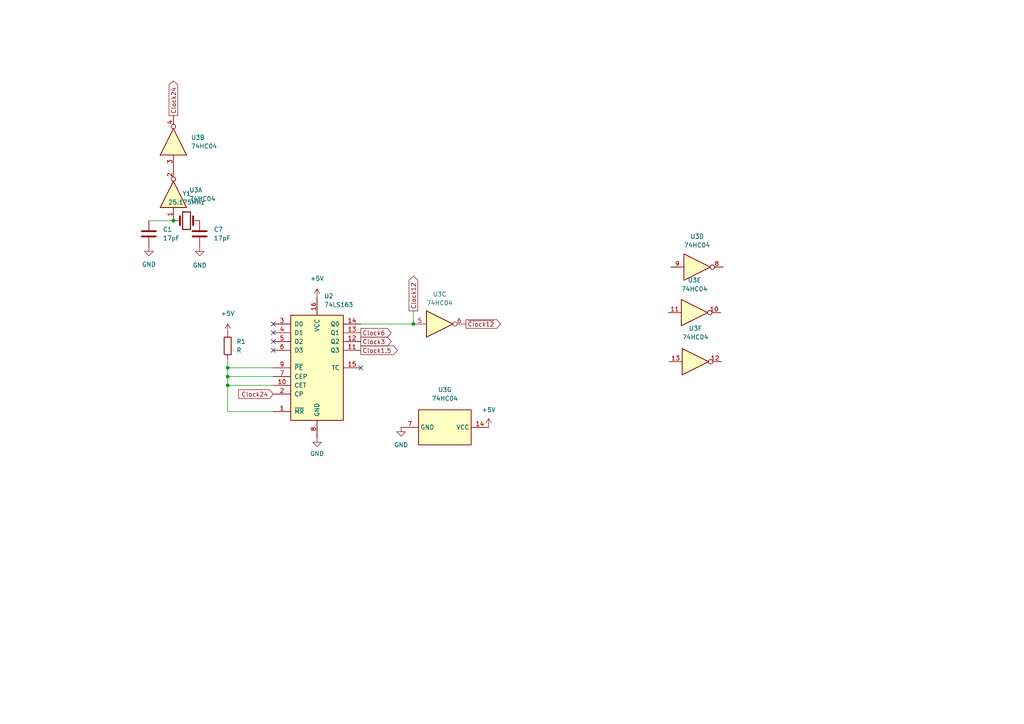
<source format=kicad_sch>
(kicad_sch (version 20211123) (generator eeschema)
  (paper "A4")
  (lib_symbols
    (symbol "74xx:74HC04"
      (property "Reference" "U" (at 0 1.27 0))
      (property "Value" "74HC04" (at 0 -1.27 0))
      (symbol "74HC04_1_0"
        (polyline (pts (xy -3.81 3.81) (xy -3.81 -3.81) (xy 3.81 0) (xy -3.81 3.81)) (stroke (width 0.254)) (fill (type background)))
        (pin input line (at -7.62 0 0) (length 3.81) (name "~") (number "1"))
        (pin output inverted (at 7.62 0 180) (length 3.81) (name "~") (number "2"))
      )
      (symbol "74HC04_2_0"
        (polyline (pts (xy -3.81 3.81) (xy -3.81 -3.81) (xy 3.81 0) (xy -3.81 3.81)) (stroke (width 0.254)) (fill (type background)))
        (pin input line (at -7.62 0 0) (length 3.81) (name "~") (number "3"))
        (pin output inverted (at 7.62 0 180) (length 3.81) (name "~") (number "4"))
      )
      (symbol "74HC04_3_0"
        (polyline (pts (xy -3.81 3.81) (xy -3.81 -3.81) (xy 3.81 0) (xy -3.81 3.81)) (stroke (width 0.254)) (fill (type background)))
        (pin input line (at -7.62 0 0) (length 3.81) (name "~") (number "5"))
        (pin output inverted (at 7.62 0 180) (length 3.81) (name "~") (number "6"))
      )
      (symbol "74HC04_4_0"
        (polyline (pts (xy -3.81 3.81) (xy -3.81 -3.81) (xy 3.81 0) (xy -3.81 3.81)) (stroke (width 0.254)) (fill (type background)))
        (pin output inverted (at 7.62 0 180) (length 3.81) (name "~") (number "8"))
        (pin input line (at -7.62 0 0) (length 3.81) (name "~") (number "9"))
      )
      (symbol "74HC04_5_0"
        (polyline (pts (xy -3.81 3.81) (xy -3.81 -3.81) (xy 3.81 0) (xy -3.81 3.81)) (stroke (width 0.254)) (fill (type background)))
        (pin output inverted (at 7.62 0 180) (length 3.81) (name "~") (number "10"))
        (pin input line (at -7.62 0 0) (length 3.81) (name "~") (number "11"))
      )
      (symbol "74HC04_6_0"
        (polyline (pts (xy -3.81 3.81) (xy -3.81 -3.81) (xy 3.81 0) (xy -3.81 3.81)) (stroke (width 0.254)) (fill (type background)))
        (pin output inverted (at 7.62 0 180) (length 3.81) (name "~") (number "12"))
        (pin input line (at -7.62 0 0) (length 3.81) (name "~") (number "13"))
      )
      (symbol "74HC04_7_0"
        (pin power_in line (at 0 12.7 270) (length 5.08) (name "VCC") (number "14"))
        (pin power_in line (at 0 -12.7 90) (length 5.08) (name "GND") (number "7"))
      )
      (symbol "74HC04_7_1"
        (rectangle (start -5.08 7.62) (end 5.08 -7.62) (stroke (width 0.254)) (fill (type background)))
      )
    )
    (symbol "74xx:74LS163" (pin_names (offset 1.016))
      (property "Reference" "U" (at -7.62 16.51 0))
      (property "Value" "74LS163" (at -7.62 -16.51 0))
      (symbol "74LS163_1_0"
        (pin input line (at -12.7 -12.7 0) (length 5.08) (name "~{MR}") (number "1"))
        (pin input line (at -12.7 -5.08 0) (length 5.08) (name "CET") (number "10"))
        (pin output line (at 12.7 5.08 180) (length 5.08) (name "Q3") (number "11"))
        (pin output line (at 12.7 7.62 180) (length 5.08) (name "Q2") (number "12"))
        (pin output line (at 12.7 10.16 180) (length 5.08) (name "Q1") (number "13"))
        (pin output line (at 12.7 12.7 180) (length 5.08) (name "Q0") (number "14"))
        (pin output line (at 12.7 0 180) (length 5.08) (name "TC") (number "15"))
        (pin power_in line (at 0 20.32 270) (length 5.08) (name "VCC") (number "16"))
        (pin input line (at -12.7 -7.62 0) (length 5.08) (name "CP") (number "2"))
        (pin input line (at -12.7 12.7 0) (length 5.08) (name "D0") (number "3"))
        (pin input line (at -12.7 10.16 0) (length 5.08) (name "D1") (number "4"))
        (pin input line (at -12.7 7.62 0) (length 5.08) (name "D2") (number "5"))
        (pin input line (at -12.7 5.08 0) (length 5.08) (name "D3") (number "6"))
        (pin input line (at -12.7 -2.54 0) (length 5.08) (name "CEP") (number "7"))
        (pin power_in line (at 0 -20.32 90) (length 5.08) (name "GND") (number "8"))
        (pin input line (at -12.7 0 0) (length 5.08) (name "~{PE}") (number "9"))
      )
      (symbol "74LS163_1_1"
        (rectangle (start -7.62 15.24) (end 7.62 -15.24) (stroke (width 0.254)) (fill (type background)))
      )
    )
    (symbol "Device:C" (pin_numbers hide) (pin_names (offset 0.254))
      (property "Reference" "C" (at 0.635 2.54 0))
      (property "Value" "C" (at 0.635 -2.54 0))
      (symbol "C_0_1"
        (polyline (pts (xy -2.032 -0.762) (xy 2.032 -0.762)) (stroke (width 0.508)))
        (polyline (pts (xy -2.032 0.762) (xy 2.032 0.762)) (stroke (width 0.508)))
      )
      (symbol "C_1_1"
        (pin passive line (at 0 3.81 270) (length 2.794) (name "~") (number "1"))
        (pin passive line (at 0 -3.81 90) (length 2.794) (name "~") (number "2"))
      )
    )
    (symbol "Device:Crystal" (pin_numbers hide) (pin_names (offset 1.016) hide)
      (property "Reference" "Y" (at 0 3.81 0))
      (property "Value" "Crystal" (at 0 -3.81 0))
      (symbol "Crystal_0_1"
        (rectangle (start -1.143 2.54) (end 1.143 -2.54) (stroke (width 0.3048)))
        (polyline (pts (xy -2.54 0) (xy -1.905 0)))
        (polyline (pts (xy -1.905 -1.27) (xy -1.905 1.27)) (stroke (width 0.508)))
        (polyline (pts (xy 1.905 -1.27) (xy 1.905 1.27)) (stroke (width 0.508)))
        (polyline (pts (xy 2.54 0) (xy 1.905 0)))
      )
      (symbol "Crystal_1_1"
        (pin passive line (at -3.81 0 0) (length 1.27) (name "1") (number "1"))
        (pin passive line (at 3.81 0 180) (length 1.27) (name "2") (number "2"))
      )
    )
    (symbol "Device:R" (pin_numbers hide) (pin_names (offset 0))
      (property "Reference" "R" (at 2.032 0 90))
      (property "Value" "R" (at 0 0 90))
      (symbol "R_0_1"
        (rectangle (start -1.016 -2.54) (end 1.016 2.54) (stroke (width 0.254)))
      )
      (symbol "R_1_1"
        (pin passive line (at 0 3.81 270) (length 1.27) (name "~") (number "1"))
        (pin passive line (at 0 -3.81 90) (length 1.27) (name "~") (number "2"))
      )
    )
    (symbol "power:+5V" (power) (pin_names (offset 0))
      (property "Value" "+5V" (at 0 3.556 0))
      (symbol "+5V_0_1"
        (polyline (pts (xy -0.762 1.27) (xy 0 2.54)))
        (polyline (pts (xy 0 0) (xy 0 2.54)))
        (polyline (pts (xy 0 2.54) (xy 0.762 1.27)))
      )
      (symbol "+5V_1_1"
        (pin power_in line (at 0 0 90) (length 0) hide (name "+5V") (number "1"))
      )
    )
    (symbol "power:GND" (power) (pin_names (offset 0))
      (property "Value" "GND" (at 0 -3.81 0))
      (symbol "GND_0_1"
        (polyline (pts (xy 0 0) (xy 0 -1.27) (xy 1.27 -1.27) (xy 0 -2.54) (xy -1.27 -1.27) (xy 0 -1.27)))
      )
      (symbol "GND_1_1"
        (pin power_in line (at 0 0 270) (length 0) hide (name "GND") (number "1"))
      )
    )
  )
  (junction (at 66.04 106.68))
  (junction (at 66.04 109.22))
  (junction (at 119.888 93.98))
  (junction (at 66.04 111.76))
  (junction (at 50.292 64.008))
  (no_connect (at 79.248 93.98))
  (no_connect (at 79.248 99.06))
  (no_connect (at 104.648 106.68))
  (no_connect (at 79.248 96.52))
  (no_connect (at 79.248 101.6))
  (wire (pts (xy 79.248 109.22) (xy 66.04 109.22)))
  (wire (pts (xy 66.04 104.14) (xy 66.04 106.68)))
  (wire (pts (xy 66.04 106.68) (xy 79.248 106.68)))
  (wire (pts (xy 66.04 111.76) (xy 66.04 109.22)))
  (wire (pts (xy 79.248 111.76) (xy 66.04 111.76)))
  (wire (pts (xy 119.888 90.17) (xy 119.888 93.98)))
  (wire (pts (xy 66.04 109.22) (xy 66.04 106.68)))
  (wire (pts (xy 79.248 119.38) (xy 66.04 119.38)))
  (wire (pts (xy 119.888 93.98) (xy 104.648 93.98)))
  (wire (pts (xy 66.04 119.38) (xy 66.04 111.76)))
  (wire (pts (xy 43.18 64.008) (xy 50.292 64.008)))
  (global_label "~{Clock12}" (shape output) (at 135.128 93.98 0) (property "Intersheet References" "${INTERSHEET_REFS}" (effects hide)))
  (global_label "Clock1.5" (shape output) (at 104.648 101.6 0) (property "Intersheet References" "${INTERSHEET_REFS}" (effects hide)))
  (global_label "Clock12" (shape output) (at 119.888 90.17 90) (property "Intersheet References" "${INTERSHEET_REFS}" (effects hide)))
  (global_label "Clock3" (shape output) (at 104.648 99.06 0) (property "Intersheet References" "${INTERSHEET_REFS}" (effects hide)))
  (global_label "Clock6" (shape output) (at 104.648 96.52 0) (property "Intersheet References" "${INTERSHEET_REFS}" (effects hide)))
  (global_label "Clock24" (shape output) (at 50.292 33.528 90) (property "Intersheet References" "${INTERSHEET_REFS}" (effects hide)))
  (global_label "Clock24" (shape input) (at 79.248 114.3 180) (property "Intersheet References" "${INTERSHEET_REFS}" (effects hide)))
  (symbol (lib_id "power:+5V") (at 91.948 86.36 0) (unit 1)
    (property "Reference" "#PWR04" (effects hide))
    (property "Value" "+5V" (at 91.948 80.772 0))
  )
  (symbol (lib_id "Device:C") (at 57.912 67.818 0) (unit 1)
    (property "Reference" "C7" (at 61.976 66.5479 0) (effects (justify left)))
    (property "Value" "17pF" (at 61.976 69.0879 0) (effects (justify left)))
    (property "Footprint" "Capacitor_SMD:C_0805_2012Metric" (effects hide))
  )
  (symbol (lib_id "Device:C") (at 43.18 67.818 0) (unit 1)
    (property "Reference" "C1" (at 47.244 66.5479 0) (effects (justify left)))
    (property "Value" "17pF" (at 47.244 69.0879 0) (effects (justify left)))
    (property "Footprint" "Capacitor_SMD:C_0805_2012Metric" (effects hide))
  )
  (symbol (lib_id "74xx:74HC04") (at 50.292 41.148 90) (unit 2)
    (property "Reference" "U3" (at 55.372 39.8779 90) (effects (justify right)))
    (property "Value" "74HC04" (at 55.372 42.4179 90) (effects (justify right)))
    (property "Footprint" "Package_SO:SO-14_3.9x8.65mm_P1.27mm" (effects hide))
    (property "Datasheet" "https://assets.nexperia.com/documents/data-sheet/74HC_HCT04.pdf" (effects hide))
  )
  (symbol (lib_id "power:GND") (at 43.18 71.628 0) (unit 1)
    (property "Reference" "#PWR06" (effects hide))
    (property "Value" "GND" (at 43.18 76.708 0))
  )
  (symbol (lib_id "74xx:74HC04") (at 129.032 123.952 270) (unit 7)
    (property "Reference" "U3" (at 129.032 113.03 90))
    (property "Value" "74HC04" (at 129.032 115.57 90))
    (property "Footprint" "Package_SO:SO-14_3.9x8.65mm_P1.27mm" (effects hide))
    (property "Datasheet" "https://assets.nexperia.com/documents/data-sheet/74HC_HCT04.pdf" (effects hide))
  )
  (symbol (lib_id "74xx:74HC04") (at 202.184 77.47 0) (unit 4)
    (property "Reference" "U3" (at 202.184 68.58 0))
    (property "Value" "74HC04" (at 202.184 71.12 0))
    (property "Footprint" "Package_SO:SO-14_3.9x8.65mm_P1.27mm" (effects hide))
    (property "Datasheet" "https://assets.nexperia.com/documents/data-sheet/74HC_HCT04.pdf" (effects hide))
  )
  (symbol (lib_id "power:+5V") (at 66.04 96.52 0) (unit 1)
    (property "Reference" "#PWR03" (effects hide))
    (property "Value" "+5V" (at 66.04 90.932 0))
  )
  (symbol (lib_id "Device:R") (at 66.04 100.33 0) (unit 1)
    (property "Reference" "R1" (at 68.58 99.0599 0) (effects (justify left)))
    (property "Value" "R" (at 68.58 101.5999 0) (effects (justify left)))
    (property "Footprint" "Resistor_SMD:R_0805_2012Metric" (effects hide))
  )
  (symbol (lib_id "74xx:74HC04") (at 201.676 104.902 0) (unit 6)
    (property "Reference" "U3" (at 201.676 95.25 0))
    (property "Value" "74HC04" (at 201.676 97.79 0))
    (property "Footprint" "Package_SO:SO-14_3.9x8.65mm_P1.27mm" (effects hide))
    (property "Datasheet" "https://assets.nexperia.com/documents/data-sheet/74HC_HCT04.pdf" (effects hide))
  )
  (symbol (lib_id "power:GND") (at 116.332 123.952 0) (unit 1)
    (property "Reference" "#PWR07" (effects hide))
    (property "Value" "GND" (at 116.332 129.032 0))
  )
  (symbol (lib_id "power:+5V") (at 141.732 123.952 0) (unit 1)
    (property "Reference" "#PWR09" (effects hide))
    (property "Value" "+5V" (at 141.732 118.872 0))
  )
  (symbol (lib_id "74xx:74HC04") (at 201.422 90.678 0) (unit 5)
    (property "Reference" "U3" (at 201.422 81.28 0))
    (property "Value" "74HC04" (at 201.422 83.82 0))
    (property "Footprint" "Package_SO:SO-14_3.9x8.65mm_P1.27mm" (effects hide))
    (property "Datasheet" "https://assets.nexperia.com/documents/data-sheet/74HC_HCT04.pdf" (effects hide))
  )
  (symbol (lib_id "74xx:74LS163") (at 91.948 106.68 0) (unit 1)
    (property "Reference" "U2" (at 93.9674 85.852 0) (effects (justify left)))
    (property "Value" "74LS163" (at 93.9674 88.392 0) (effects (justify left)))
    (property "Footprint" "Package_SO:SO-16_3.9x9.9mm_P1.27mm" (effects hide))
    (property "Datasheet" "http://www.ti.com/lit/gpn/sn74LS163" (effects hide))
  )
  (symbol (lib_id "power:GND") (at 57.912 71.628 0) (unit 1)
    (property "Reference" "#PWR08" (effects hide))
    (property "Value" "GND" (at 57.912 76.962 0))
  )
  (symbol (lib_id "Device:Crystal") (at 54.102 64.008 0) (unit 1)
    (property "Reference" "Y1" (at 54.102 56.134 0))
    (property "Value" "25.175MHz" (at 54.102 58.674 0))
    (property "Footprint" "Crystal:Crystal_HC18-U_Vertical" (effects hide))
  )
  (symbol (lib_id "74xx:74HC04") (at 127.508 93.98 0) (unit 3)
    (property "Reference" "U3" (at 127.508 85.344 0))
    (property "Value" "74HC04" (at 127.508 87.884 0))
    (property "Footprint" "Package_SO:SO-14_3.9x8.65mm_P1.27mm" (effects hide))
    (property "Datasheet" "https://assets.nexperia.com/documents/data-sheet/74HC_HCT04.pdf" (effects hide))
  )
  (symbol (lib_id "74xx:74HC04") (at 50.292 56.388 90) (unit 1)
    (property "Reference" "U3" (at 54.864 55.1179 90) (effects (justify right)))
    (property "Value" "74HC04" (at 54.864 57.6579 90) (effects (justify right)))
    (property "Footprint" "Package_SO:SO-14_3.9x8.65mm_P1.27mm" (effects hide))
    (property "Datasheet" "https://assets.nexperia.com/documents/data-sheet/74HC_HCT04.pdf" (effects hide))
  )
  (symbol (lib_id "power:GND") (at 91.948 127 0) (unit 1)
    (property "Reference" "#PWR05" (effects hide))
    (property "Value" "GND" (at 91.948 131.572 0))
  )
)
</source>
